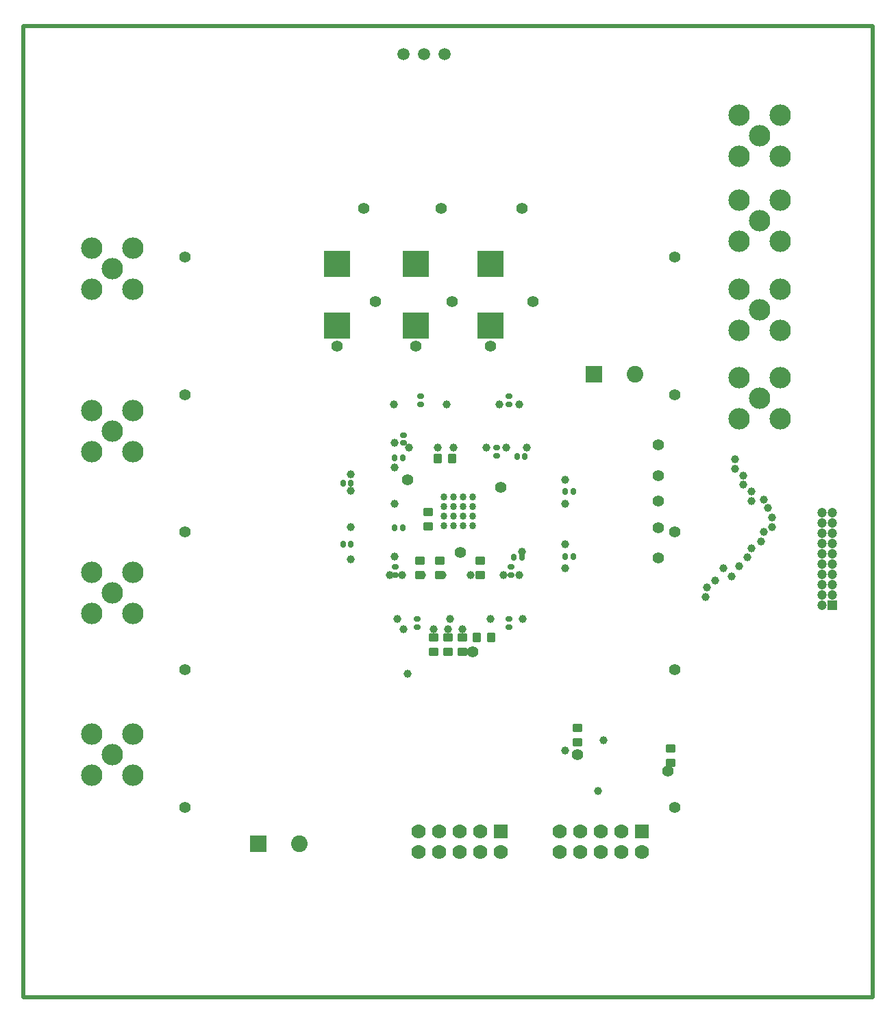
<source format=gbs>
%FSAX43Y43*%
%MOMM*%
G71*
G01*
G75*
G04 Layer_Color=16711935*
%ADD10C,0.175*%
G04:AMPARAMS|DCode=11|XSize=0.8mm|YSize=1mm|CornerRadius=0.08mm|HoleSize=0mm|Usage=FLASHONLY|Rotation=180.000|XOffset=0mm|YOffset=0mm|HoleType=Round|Shape=RoundedRectangle|*
%AMROUNDEDRECTD11*
21,1,0.800,0.840,0,0,180.0*
21,1,0.640,1.000,0,0,180.0*
1,1,0.160,-0.320,0.420*
1,1,0.160,0.320,0.420*
1,1,0.160,0.320,-0.420*
1,1,0.160,-0.320,-0.420*
%
%ADD11ROUNDEDRECTD11*%
G04:AMPARAMS|DCode=12|XSize=0.8mm|YSize=1mm|CornerRadius=0.08mm|HoleSize=0mm|Usage=FLASHONLY|Rotation=90.000|XOffset=0mm|YOffset=0mm|HoleType=Round|Shape=RoundedRectangle|*
%AMROUNDEDRECTD12*
21,1,0.800,0.840,0,0,90.0*
21,1,0.640,1.000,0,0,90.0*
1,1,0.160,0.420,0.320*
1,1,0.160,0.420,-0.320*
1,1,0.160,-0.420,-0.320*
1,1,0.160,-0.420,0.320*
%
%ADD12ROUNDEDRECTD12*%
%ADD13R,0.762X2.540*%
%ADD14R,3.048X3.048*%
%ADD15O,6.000X2.100*%
%ADD16O,6.000X2.100*%
%ADD17O,1.270X0.762*%
%ADD18R,1.270X0.762*%
%ADD19R,2.108X1.270*%
G04:AMPARAMS|DCode=20|XSize=2.108mm|YSize=1.27mm|CornerRadius=0mm|HoleSize=0mm|Usage=FLASHONLY|Rotation=180.000|XOffset=0mm|YOffset=0mm|HoleType=Round|Shape=Octagon|*
%AMOCTAGOND20*
4,1,8,-1.054,0.318,-1.054,-0.318,-0.737,-0.635,0.737,-0.635,1.054,-0.318,1.054,0.318,0.737,0.635,-0.737,0.635,-1.054,0.318,0.0*
%
%ADD20OCTAGOND20*%

%ADD21R,4.300X4.300*%
%ADD22O,0.300X1.800*%
%ADD23O,1.800X0.300*%
%ADD24R,1.650X0.300*%
%ADD25C,0.254*%
%ADD26C,0.500*%
%ADD27C,1.000*%
%ADD28C,0.200*%
%ADD29C,0.400*%
%ADD30C,1.524*%
%ADD31C,0.300*%
%ADD32R,1.850X1.850*%
%ADD33C,1.850*%
%ADD34C,2.438*%
%ADD35C,1.575*%
%ADD36R,1.575X1.575*%
%ADD37R,1.000X1.000*%
%ADD38C,1.000*%
%ADD39C,1.200*%
%ADD40C,1.300*%
%ADD41C,0.800*%
%ADD42C,0.660*%
G04:AMPARAMS|DCode=43|XSize=0.4mm|YSize=0.6mm|CornerRadius=0.04mm|HoleSize=0mm|Usage=FLASHONLY|Rotation=90.000|XOffset=0mm|YOffset=0mm|HoleType=Round|Shape=RoundedRectangle|*
%AMROUNDEDRECTD43*
21,1,0.400,0.520,0,0,90.0*
21,1,0.320,0.600,0,0,90.0*
1,1,0.080,0.260,0.160*
1,1,0.080,0.260,-0.160*
1,1,0.080,-0.260,-0.160*
1,1,0.080,-0.260,0.160*
%
%ADD43ROUNDEDRECTD43*%
G04:AMPARAMS|DCode=44|XSize=0.4mm|YSize=0.6mm|CornerRadius=0.04mm|HoleSize=0mm|Usage=FLASHONLY|Rotation=180.000|XOffset=0mm|YOffset=0mm|HoleType=Round|Shape=RoundedRectangle|*
%AMROUNDEDRECTD44*
21,1,0.400,0.520,0,0,180.0*
21,1,0.320,0.600,0,0,180.0*
1,1,0.080,-0.160,0.260*
1,1,0.080,0.160,0.260*
1,1,0.080,0.160,-0.260*
1,1,0.080,-0.160,-0.260*
%
%ADD44ROUNDEDRECTD44*%
%ADD45C,0.250*%
%ADD46C,0.600*%
%ADD47C,0.203*%
%ADD48C,0.305*%
G04:AMPARAMS|DCode=49|XSize=1.003mm|YSize=1.203mm|CornerRadius=0.182mm|HoleSize=0mm|Usage=FLASHONLY|Rotation=180.000|XOffset=0mm|YOffset=0mm|HoleType=Round|Shape=RoundedRectangle|*
%AMROUNDEDRECTD49*
21,1,1.003,0.840,0,0,180.0*
21,1,0.640,1.203,0,0,180.0*
1,1,0.363,-0.320,0.420*
1,1,0.363,0.320,0.420*
1,1,0.363,0.320,-0.420*
1,1,0.363,-0.320,-0.420*
%
%ADD49ROUNDEDRECTD49*%
G04:AMPARAMS|DCode=50|XSize=1.003mm|YSize=1.203mm|CornerRadius=0.182mm|HoleSize=0mm|Usage=FLASHONLY|Rotation=90.000|XOffset=0mm|YOffset=0mm|HoleType=Round|Shape=RoundedRectangle|*
%AMROUNDEDRECTD50*
21,1,1.003,0.840,0,0,90.0*
21,1,0.640,1.203,0,0,90.0*
1,1,0.363,0.420,0.320*
1,1,0.363,0.420,-0.320*
1,1,0.363,-0.420,-0.320*
1,1,0.363,-0.420,0.320*
%
%ADD50ROUNDEDRECTD50*%
%ADD51R,0.965X2.743*%
%ADD52R,3.251X3.251*%
%ADD53O,6.203X2.303*%
%ADD54O,6.203X2.303*%
%ADD55O,1.473X0.965*%
%ADD56R,1.473X0.965*%
%ADD57R,2.311X1.473*%
G04:AMPARAMS|DCode=58|XSize=2.311mm|YSize=1.473mm|CornerRadius=0mm|HoleSize=0mm|Usage=FLASHONLY|Rotation=180.000|XOffset=0mm|YOffset=0mm|HoleType=Round|Shape=Octagon|*
%AMOCTAGOND58*
4,1,8,-1.156,0.368,-1.156,-0.368,-0.787,-0.737,0.787,-0.737,1.156,-0.368,1.156,0.368,0.787,0.737,-0.787,0.737,-1.156,0.368,0.0*
%
%ADD58OCTAGOND58*%

%ADD59R,4.503X4.503*%
%ADD60O,0.503X2.003*%
%ADD61O,2.003X0.503*%
%ADD62R,1.853X0.503*%
%ADD63R,2.053X2.053*%
%ADD64C,2.053*%
%ADD65C,2.642*%
%ADD66C,1.778*%
%ADD67R,1.778X1.778*%
%ADD68R,1.203X1.203*%
%ADD69C,1.203*%
%ADD70C,1.403*%
%ADD71C,1.503*%
%ADD72C,1.003*%
G04:AMPARAMS|DCode=73|XSize=0.603mm|YSize=0.803mm|CornerRadius=0.142mm|HoleSize=0mm|Usage=FLASHONLY|Rotation=90.000|XOffset=0mm|YOffset=0mm|HoleType=Round|Shape=RoundedRectangle|*
%AMROUNDEDRECTD73*
21,1,0.603,0.520,0,0,90.0*
21,1,0.320,0.803,0,0,90.0*
1,1,0.283,0.260,0.160*
1,1,0.283,0.260,-0.160*
1,1,0.283,-0.260,-0.160*
1,1,0.283,-0.260,0.160*
%
%ADD73ROUNDEDRECTD73*%
G04:AMPARAMS|DCode=74|XSize=0.603mm|YSize=0.803mm|CornerRadius=0.142mm|HoleSize=0mm|Usage=FLASHONLY|Rotation=180.000|XOffset=0mm|YOffset=0mm|HoleType=Round|Shape=RoundedRectangle|*
%AMROUNDEDRECTD74*
21,1,0.603,0.520,0,0,180.0*
21,1,0.320,0.803,0,0,180.0*
1,1,0.283,-0.160,0.260*
1,1,0.283,0.160,0.260*
1,1,0.283,0.160,-0.260*
1,1,0.283,-0.160,-0.260*
%
%ADD74ROUNDEDRECTD74*%
%ADD75C,0.863*%
D26*
X0025000Y0025000D02*
X0130000D01*
Y0145000D01*
X0025000Y0025000D02*
Y0145000D01*
X0130000D01*
D49*
X0078000Y0091600D02*
D03*
X0076200D02*
D03*
X0081000Y0069500D02*
D03*
X0082800D02*
D03*
D50*
X0074000Y0077200D02*
D03*
Y0079000D02*
D03*
X0081500D02*
D03*
Y0077200D02*
D03*
X0076500D02*
D03*
Y0079000D02*
D03*
X0077500Y0069500D02*
D03*
Y0067700D02*
D03*
X0079300Y0069500D02*
D03*
Y0067700D02*
D03*
X0075700Y0069500D02*
D03*
Y0067700D02*
D03*
X0075000Y0083200D02*
D03*
Y0085000D02*
D03*
X0105000Y0054000D02*
D03*
Y0055800D02*
D03*
X0093500Y0058300D02*
D03*
Y0056500D02*
D03*
D52*
X0063800Y0108000D02*
D03*
Y0115620D02*
D03*
X0082700Y0108000D02*
D03*
Y0115620D02*
D03*
X0073500Y0108000D02*
D03*
Y0115620D02*
D03*
D63*
X0095500Y0102000D02*
D03*
X0054000Y0044000D02*
D03*
D64*
X0100580Y0102000D02*
D03*
X0059080Y0044000D02*
D03*
D65*
X0036000Y0055000D02*
D03*
X0038540Y0052460D02*
D03*
Y0057540D02*
D03*
X0033460D02*
D03*
Y0052460D02*
D03*
X0036000Y0075000D02*
D03*
X0038540Y0072460D02*
D03*
Y0077540D02*
D03*
X0033460D02*
D03*
Y0072460D02*
D03*
X0036000Y0095000D02*
D03*
X0038540Y0092460D02*
D03*
Y0097540D02*
D03*
X0033460D02*
D03*
Y0092460D02*
D03*
X0036000Y0115000D02*
D03*
X0038540Y0112460D02*
D03*
Y0117540D02*
D03*
X0033460D02*
D03*
Y0112460D02*
D03*
X0116000Y0099000D02*
D03*
X0113460Y0096460D02*
D03*
X0118540D02*
D03*
Y0101540D02*
D03*
X0113460D02*
D03*
X0116000Y0110000D02*
D03*
X0113460Y0107460D02*
D03*
X0118540D02*
D03*
Y0112540D02*
D03*
X0113460D02*
D03*
X0116000Y0121000D02*
D03*
X0113460Y0118460D02*
D03*
X0118540D02*
D03*
Y0123540D02*
D03*
X0113460D02*
D03*
X0116000Y0131500D02*
D03*
X0113460Y0128960D02*
D03*
X0118540D02*
D03*
Y0134040D02*
D03*
X0113460D02*
D03*
D66*
X0078920Y0042960D02*
D03*
Y0045500D02*
D03*
X0081460D02*
D03*
X0076380D02*
D03*
X0073840D02*
D03*
X0076380Y0042960D02*
D03*
X0081460D02*
D03*
X0084000D02*
D03*
X0073840D02*
D03*
X0096370Y0043010D02*
D03*
Y0045550D02*
D03*
X0098910D02*
D03*
X0093830D02*
D03*
X0091290D02*
D03*
X0093830Y0043010D02*
D03*
X0098910D02*
D03*
X0101450D02*
D03*
X0091290D02*
D03*
D67*
X0084000Y0045500D02*
D03*
X0101450Y0045550D02*
D03*
D68*
X0125000Y0073500D02*
D03*
D69*
X0123730D02*
D03*
X0125000Y0074770D02*
D03*
X0123730D02*
D03*
X0125000Y0076040D02*
D03*
X0123730D02*
D03*
X0125000Y0077310D02*
D03*
X0123730D02*
D03*
X0125000Y0078580D02*
D03*
X0123730D02*
D03*
X0125000Y0079850D02*
D03*
X0123730D02*
D03*
X0125000Y0081120D02*
D03*
X0123730D02*
D03*
X0125000Y0082390D02*
D03*
X0123730D02*
D03*
X0125000Y0083660D02*
D03*
X0123730D02*
D03*
X0125000Y0084930D02*
D03*
X0123730D02*
D03*
D70*
X0067100Y0122500D02*
D03*
X0076600D02*
D03*
X0086600D02*
D03*
X0088000Y0111000D02*
D03*
X0078000D02*
D03*
X0068500D02*
D03*
X0105500Y0048500D02*
D03*
Y0065500D02*
D03*
Y0082500D02*
D03*
Y0099500D02*
D03*
Y0116500D02*
D03*
X0045000Y0116500D02*
D03*
Y0099500D02*
D03*
Y0082500D02*
D03*
Y0065500D02*
D03*
Y0048500D02*
D03*
X0072500Y0089000D02*
D03*
X0079000Y0080000D02*
D03*
X0084000Y0088000D02*
D03*
X0082700Y0105500D02*
D03*
X0073500D02*
D03*
X0063800D02*
D03*
X0093500Y0055000D02*
D03*
X0104700Y0053000D02*
D03*
X0080500Y0067700D02*
D03*
X0103500Y0079300D02*
D03*
Y0086300D02*
D03*
Y0093300D02*
D03*
X0103500Y0083000D02*
D03*
X0103500Y0089500D02*
D03*
D71*
X0071960Y0141500D02*
D03*
X0077040D02*
D03*
X0074500D02*
D03*
D72*
X0092000Y0078000D02*
D03*
Y0081000D02*
D03*
Y0086000D02*
D03*
X0065500Y0089600D02*
D03*
Y0087600D02*
D03*
Y0083100D02*
D03*
Y0079100D02*
D03*
X0071200Y0071800D02*
D03*
X0077700D02*
D03*
X0082700D02*
D03*
X0086700D02*
D03*
X0077300Y0098300D02*
D03*
X0078200Y0092900D02*
D03*
X0071800Y0077200D02*
D03*
X0070300D02*
D03*
X0070900Y0079500D02*
D03*
Y0086000D02*
D03*
X0074300Y0077200D02*
D03*
X0076800D02*
D03*
X0080300D02*
D03*
X0084300D02*
D03*
X0086300D02*
D03*
X0086600Y0080100D02*
D03*
X0084700Y0092900D02*
D03*
X0087200D02*
D03*
X0070900Y0093500D02*
D03*
Y0090500D02*
D03*
X0072700Y0092900D02*
D03*
X0082200D02*
D03*
X0079300Y0070500D02*
D03*
X0077500D02*
D03*
X0075700D02*
D03*
X0076200Y0092900D02*
D03*
X0072500Y0065000D02*
D03*
X0092000Y0055500D02*
D03*
X0096700Y0056800D02*
D03*
X0096000Y0050500D02*
D03*
X0072000Y0070500D02*
D03*
X0070800Y0098300D02*
D03*
X0086300D02*
D03*
X0083800D02*
D03*
X0092000Y0089000D02*
D03*
X0109300Y0074500D02*
D03*
X0109500Y0075700D02*
D03*
X0110500Y0076500D02*
D03*
X0111500Y0078000D02*
D03*
X0113500Y0078300D02*
D03*
X0112500Y0077000D02*
D03*
X0114500Y0079400D02*
D03*
X0115000Y0080500D02*
D03*
X0113000Y0091500D02*
D03*
Y0090300D02*
D03*
X0114000Y0089500D02*
D03*
Y0088400D02*
D03*
X0115000Y0087500D02*
D03*
Y0086300D02*
D03*
X0116200Y0081300D02*
D03*
X0116500Y0082500D02*
D03*
X0116500Y0086500D02*
D03*
X0117000Y0085500D02*
D03*
X0117500Y0084300D02*
D03*
Y0083100D02*
D03*
D73*
X0085300Y0078200D02*
D03*
Y0077200D02*
D03*
X0085000Y0070800D02*
D03*
Y0071800D02*
D03*
X0083500Y0091900D02*
D03*
Y0092900D02*
D03*
X0085000Y0099300D02*
D03*
Y0098300D02*
D03*
X0074100Y0099300D02*
D03*
Y0098300D02*
D03*
X0071000Y0078200D02*
D03*
Y0077200D02*
D03*
X0072000Y0094500D02*
D03*
Y0093500D02*
D03*
X0073700Y0070800D02*
D03*
Y0071800D02*
D03*
D74*
X0085600Y0079400D02*
D03*
X0086600D02*
D03*
X0093000Y0079500D02*
D03*
X0092000D02*
D03*
X0086000Y0091800D02*
D03*
X0087000D02*
D03*
X0093000Y0087500D02*
D03*
X0092000D02*
D03*
X0071900Y0083000D02*
D03*
X0070900D02*
D03*
X0064500Y0081000D02*
D03*
X0065500D02*
D03*
X0071900Y0091700D02*
D03*
X0070900D02*
D03*
X0064500Y0088500D02*
D03*
X0065500D02*
D03*
D75*
X0076950Y0083250D02*
D03*
Y0084450D02*
D03*
Y0085650D02*
D03*
Y0086850D02*
D03*
X0078150Y0083250D02*
D03*
X0078150Y0084450D02*
D03*
Y0085650D02*
D03*
Y0086850D02*
D03*
X0079350Y0083250D02*
D03*
Y0084450D02*
D03*
Y0085650D02*
D03*
Y0086850D02*
D03*
X0080550Y0083250D02*
D03*
Y0084450D02*
D03*
Y0085650D02*
D03*
Y0086850D02*
D03*
M02*

</source>
